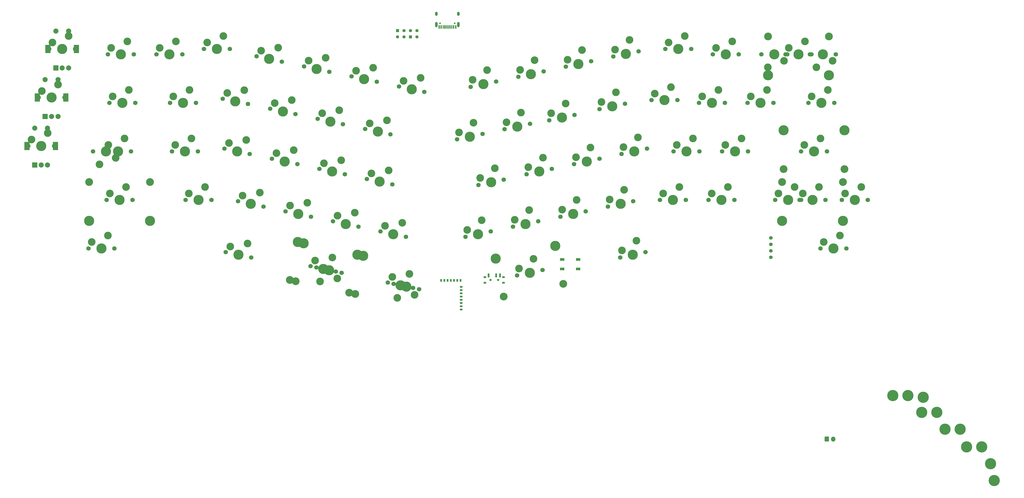
<source format=gbr>
%TF.GenerationSoftware,KiCad,Pcbnew,(5.1.10-1-10_14)*%
%TF.CreationDate,2021-05-29T20:47:56+07:00*%
%TF.ProjectId,geulis,6765756c-6973-42e6-9b69-6361645f7063,rev?*%
%TF.SameCoordinates,Original*%
%TF.FileFunction,Soldermask,Top*%
%TF.FilePolarity,Negative*%
%FSLAX46Y46*%
G04 Gerber Fmt 4.6, Leading zero omitted, Abs format (unit mm)*
G04 Created by KiCad (PCBNEW (5.1.10-1-10_14)) date 2021-05-29 20:47:56*
%MOMM*%
%LPD*%
G01*
G04 APERTURE LIST*
%ADD10R,0.600000X1.450000*%
%ADD11R,0.300000X1.450000*%
%ADD12O,1.000000X2.100000*%
%ADD13C,0.650000*%
%ADD14O,1.000000X1.600000*%
%ADD15R,1.000000X0.650000*%
%ADD16R,0.650000X1.000000*%
%ADD17R,1.700000X1.000000*%
%ADD18R,1.000000X0.800000*%
%ADD19R,0.700000X1.500000*%
%ADD20C,0.900000*%
%ADD21C,1.397000*%
%ADD22R,1.270000X1.270000*%
%ADD23O,1.270000X1.270000*%
%ADD24O,1.700000X2.000000*%
%ADD25C,4.400000*%
%ADD26C,1.750000*%
%ADD27C,3.000000*%
%ADD28C,3.987800*%
%ADD29C,3.048000*%
%ADD30C,2.000000*%
%ADD31R,2.000000X3.200000*%
%ADD32R,2.000000X2.000000*%
G04 APERTURE END LIST*
D10*
%TO.C,J1*%
X188501809Y132008558D03*
X189301809Y132008558D03*
X194201809Y132008558D03*
X195001809Y132008558D03*
X195001809Y132008558D03*
X194201809Y132008558D03*
X189301809Y132008558D03*
X188501809Y132008558D03*
D11*
X193501809Y132008558D03*
X193001809Y132008558D03*
X192501809Y132008558D03*
X191501809Y132008558D03*
X191001809Y132008558D03*
X190501809Y132008558D03*
X190001809Y132008558D03*
X192001809Y132008558D03*
D12*
X187431809Y132923558D03*
X196071809Y132923558D03*
D13*
X194641809Y133453558D03*
D14*
X196071809Y137103558D03*
D13*
X188861809Y133453558D03*
D14*
X187431809Y137103558D03*
%TD*%
D15*
%TO.C,U3*%
X197122809Y29926558D03*
X197122809Y28656558D03*
X197122809Y27386558D03*
X197122809Y26116558D03*
X197122809Y24846558D03*
X197122809Y23576558D03*
X197122809Y22306558D03*
X197122809Y21036558D03*
D16*
X190518809Y32466558D03*
X189248809Y32466558D03*
X194328809Y32466558D03*
X191788809Y32466558D03*
X195598809Y32466558D03*
X196868809Y32466558D03*
X193058809Y32466558D03*
%TD*%
D17*
%TO.C,SW_RESET1*%
X243031809Y36938558D03*
X236731809Y36938558D03*
X243031809Y40738558D03*
X236731809Y40738558D03*
%TD*%
D18*
%TO.C,SW67*%
X206471809Y33788558D03*
X213771809Y33788558D03*
X213771809Y31578558D03*
X206471809Y31578558D03*
D19*
X212371809Y34438558D03*
X210871809Y34438558D03*
X207871809Y34438558D03*
D20*
X211621809Y32678558D03*
X208621809Y32678558D03*
%TD*%
D21*
%TO.C,OL1*%
X318631809Y49148558D03*
X318631809Y46608558D03*
X318631809Y44068558D03*
X318631809Y41528558D03*
%TD*%
D22*
%TO.C,J5*%
X172141809Y130498558D03*
D23*
X174681809Y130498558D03*
X177221809Y130498558D03*
X179761809Y130498558D03*
%TD*%
D24*
%TO.C,J4*%
X343091809Y-29781442D03*
G36*
G01*
X339741809Y-30531442D02*
X339741809Y-29031442D01*
G75*
G02*
X339991809Y-28781442I250000J0D01*
G01*
X341191809Y-28781442D01*
G75*
G02*
X341441809Y-29031442I0J-250000D01*
G01*
X341441809Y-30531442D01*
G75*
G02*
X341191809Y-30781442I-250000J0D01*
G01*
X339991809Y-30781442D01*
G75*
G02*
X339741809Y-30531442I0J250000D01*
G01*
G37*
%TD*%
D23*
%TO.C,J3*%
X172151809Y128118558D03*
X174691809Y128118558D03*
D22*
X177231809Y128118558D03*
D23*
X179771809Y128118558D03*
%TD*%
D12*
%TO.C,J2*%
X196071809Y132923558D03*
X187431809Y132923558D03*
D13*
X188861809Y133453558D03*
D14*
X187431809Y137103558D03*
D13*
X194641809Y133453558D03*
D14*
X196071809Y137103558D03*
%TD*%
D25*
%TO.C,H13*%
X386971809Y-25941442D03*
%TD*%
%TO.C,H12*%
X377791809Y-19321442D03*
%TD*%
%TO.C,H11*%
X372431809Y-12701442D03*
%TD*%
%TO.C,H10*%
X406241809Y-46081442D03*
%TD*%
%TO.C,H9*%
X395391809Y-32841442D03*
%TD*%
%TO.C,H8*%
X404811809Y-39461442D03*
%TD*%
%TO.C,H7*%
X383741809Y-19321442D03*
%TD*%
%TO.C,H5*%
X366481809Y-12701442D03*
%TD*%
%TO.C,H4*%
X401341809Y-32841442D03*
%TD*%
%TO.C,H3*%
X392921809Y-25941442D03*
%TD*%
%TO.C,H2*%
X378381809Y-13371442D03*
%TD*%
D26*
%TO.C,SW10*%
X248112087Y118489032D03*
X238174107Y116376650D03*
D27*
X238888259Y119125192D03*
D28*
X243143097Y117432841D03*
D27*
X244571401Y122929927D03*
%TD*%
D26*
%TO.C,SW9*%
X229478375Y114528314D03*
X219540395Y112415932D03*
D27*
X220254547Y115164474D03*
D28*
X224509385Y113472123D03*
D27*
X225937689Y118969209D03*
%TD*%
D26*
%TO.C,SW65*%
X348252409Y44985558D03*
X338092409Y44985558D03*
D27*
X339362409Y47525558D03*
D28*
X343172409Y44985558D03*
D27*
X345712409Y50065558D03*
%TD*%
D26*
%TO.C,SW62_2*%
X170657819Y31129749D03*
X180595799Y29017367D03*
D27*
X178825456Y26796920D03*
D28*
X175626809Y30073558D03*
D27*
X172086123Y25632664D03*
%TD*%
D28*
%TO.C,SW55_2*%
X323008809Y55828558D03*
X346884809Y55828558D03*
D29*
X323008809Y71068558D03*
X346884809Y71068558D03*
D26*
X340026809Y64083558D03*
X329866809Y64083558D03*
D27*
X331136809Y66623558D03*
D28*
X334946809Y64083558D03*
D27*
X337486809Y69163558D03*
%TD*%
D28*
%TO.C,SW61_2*%
X158700246Y42106117D03*
X135345994Y47070216D03*
D29*
X155531672Y27199147D03*
X132177420Y32163247D03*
D26*
X140337819Y37569749D03*
X150275799Y35457367D03*
D27*
X148505456Y33236920D03*
D28*
X145306809Y36513558D03*
D27*
X141766123Y32072664D03*
%TD*%
D26*
%TO.C,SW30_2*%
X52700559Y83133558D03*
X62860559Y83133558D03*
D27*
X61590559Y80593558D03*
D28*
X57780559Y83133558D03*
D27*
X55240559Y78053558D03*
%TD*%
D26*
%TO.C,SW14_2*%
X314876809Y121233558D03*
X325036809Y121233558D03*
D27*
X323766809Y118693558D03*
D28*
X319956809Y121233558D03*
D27*
X317416809Y116153558D03*
%TD*%
D26*
%TO.C,SW66*%
X333926809Y121233558D03*
X344086809Y121233558D03*
D27*
X342816809Y118693558D03*
D28*
X339006809Y121233558D03*
D27*
X336466809Y116153558D03*
%TD*%
D28*
%TO.C,SW42*%
X323605059Y91388558D03*
X347481059Y91388558D03*
D29*
X323605059Y76148558D03*
X347481059Y76148558D03*
D26*
X340623059Y83133558D03*
X330463059Y83133558D03*
D27*
X331733059Y85673558D03*
D28*
X335543059Y83133558D03*
D27*
X338083059Y88213558D03*
%TD*%
D26*
%TO.C,SW15*%
X69304309Y102183558D03*
X59144309Y102183558D03*
D27*
X60414309Y104723558D03*
D28*
X64224309Y102183558D03*
D27*
X66764309Y107263558D03*
%TD*%
D30*
%TO.C,SW_57_2*%
X38946809Y111323558D03*
X33946809Y111323558D03*
D31*
X42046809Y104323558D03*
X30846809Y104323558D03*
D30*
X38946809Y96823558D03*
X36446809Y96823558D03*
D32*
X33946809Y96823558D03*
%TD*%
D30*
%TO.C,SW58_2*%
X34876809Y92273558D03*
X29876809Y92273558D03*
D31*
X37976809Y85273558D03*
X26776809Y85273558D03*
D30*
X34876809Y77773558D03*
X32376809Y77773558D03*
D32*
X29876809Y77773558D03*
%TD*%
D30*
%TO.C,SW29_2*%
X43106809Y130373558D03*
X38106809Y130373558D03*
D31*
X46206809Y123373558D03*
X35006809Y123373558D03*
D30*
X43106809Y115873558D03*
X40606809Y115873558D03*
D32*
X38106809Y115873558D03*
%TD*%
D26*
%TO.C,SW64*%
X269455799Y43589749D03*
X259517819Y41477367D03*
D27*
X260231971Y44225909D03*
D28*
X264486809Y42533558D03*
D27*
X265915113Y48030644D03*
%TD*%
D28*
%TO.C,SW63*%
X210683372Y41066117D03*
X234037624Y46030216D03*
D29*
X213851946Y26159147D03*
X237206198Y31123247D03*
D26*
X229045799Y36529749D03*
X219107819Y34417367D03*
D27*
X219821971Y37165909D03*
D28*
X224076809Y35473558D03*
D27*
X225505113Y40970644D03*
%TD*%
D26*
%TO.C,SW62*%
X178280819Y29509432D03*
X168342839Y31621814D03*
D27*
X170113182Y33842261D03*
D28*
X173311829Y30565623D03*
D27*
X176852515Y35006517D03*
%TD*%
D28*
%TO.C,SW61*%
X133054553Y47561992D03*
X156408805Y42597893D03*
D29*
X129885979Y32655023D03*
X153240231Y27690923D03*
D26*
X147984358Y35949143D03*
X138046378Y38061525D03*
D27*
X139816721Y40281972D03*
D28*
X143015368Y37005334D03*
D27*
X146556054Y41446228D03*
%TD*%
D26*
%TO.C,SW60*%
X114745799Y41477367D03*
X104807819Y43589749D03*
D27*
X106578162Y45810196D03*
D28*
X109776809Y42533558D03*
D27*
X113317495Y46974452D03*
%TD*%
D26*
%TO.C,SW59*%
X61076809Y45033558D03*
X50916809Y45033558D03*
D27*
X52186809Y47573558D03*
D28*
X55996809Y45033558D03*
D27*
X58536809Y50113558D03*
%TD*%
D26*
%TO.C,SW58*%
X37456809Y85273558D03*
X27296809Y85273558D03*
D27*
X28566809Y87813558D03*
D28*
X32376809Y85273558D03*
D27*
X34916809Y90353558D03*
%TD*%
D26*
%TO.C,SW57*%
X41526809Y104323558D03*
X31366809Y104323558D03*
D27*
X32636809Y106863558D03*
D28*
X36446809Y104323558D03*
D27*
X38986809Y109403558D03*
%TD*%
D26*
%TO.C,SW56*%
X356694309Y64083558D03*
X346534309Y64083558D03*
D27*
X347804309Y66623558D03*
D28*
X351614309Y64083558D03*
D27*
X354154309Y69163558D03*
%TD*%
D26*
%TO.C,SW55*%
X330500559Y64083558D03*
X320340559Y64083558D03*
D27*
X321610559Y66623558D03*
D28*
X325420559Y64083558D03*
D27*
X327960559Y69163558D03*
%TD*%
D26*
%TO.C,SW54*%
X304306809Y64083558D03*
X294146809Y64083558D03*
D27*
X295416809Y66623558D03*
D28*
X299226809Y64083558D03*
D27*
X301766809Y69163558D03*
%TD*%
D26*
%TO.C,SW53*%
X285256809Y64083558D03*
X275096809Y64083558D03*
D27*
X276366809Y66623558D03*
D28*
X280176809Y64083558D03*
D27*
X282716809Y69163558D03*
%TD*%
D26*
%TO.C,SW52*%
X264645799Y63579749D03*
X254707819Y61467367D03*
D27*
X255421971Y64215909D03*
D28*
X259676809Y62523558D03*
D27*
X261105113Y68020644D03*
%TD*%
D26*
%TO.C,SW51*%
X246012087Y59619032D03*
X236074107Y57506650D03*
D27*
X236788259Y60255192D03*
D28*
X241043097Y58562841D03*
D27*
X242471401Y64059927D03*
%TD*%
D26*
%TO.C,SW50*%
X227378375Y55658314D03*
X217440395Y53545932D03*
D27*
X218154547Y56294474D03*
D28*
X222409385Y54602123D03*
D27*
X223837689Y60099209D03*
%TD*%
D26*
%TO.C,SW49*%
X208744663Y51697596D03*
X198806683Y49585214D03*
D27*
X199520835Y52333756D03*
D28*
X203775673Y50641405D03*
D27*
X205203977Y56138491D03*
%TD*%
D26*
%TO.C,SW48*%
X175456934Y49585214D03*
X165518954Y51697596D03*
D27*
X167289297Y53918043D03*
D28*
X170487944Y50641405D03*
D27*
X174028630Y55082299D03*
%TD*%
D26*
%TO.C,SW47*%
X156823222Y53545932D03*
X146885242Y55658314D03*
D27*
X148655585Y57878761D03*
D28*
X151854232Y54602123D03*
D27*
X155394918Y59043017D03*
%TD*%
D26*
%TO.C,SW46*%
X138189511Y57506650D03*
X128251531Y59619032D03*
D27*
X130021874Y61839479D03*
D28*
X133220521Y58562841D03*
D27*
X136761207Y63003735D03*
%TD*%
D26*
%TO.C,SW45*%
X119555799Y61467367D03*
X109617819Y63579749D03*
D27*
X111388162Y65800196D03*
D28*
X114586809Y62523558D03*
D27*
X118127495Y66964452D03*
%TD*%
D26*
%TO.C,SW44*%
X99166809Y64083558D03*
X89006809Y64083558D03*
D27*
X90276809Y66623558D03*
D28*
X94086809Y64083558D03*
D27*
X96626809Y69163558D03*
%TD*%
D28*
%TO.C,SW43*%
X51192559Y55828558D03*
X75068559Y55828558D03*
D29*
X51192559Y71068558D03*
X75068559Y71068558D03*
D26*
X68210559Y64083558D03*
X58050559Y64083558D03*
D27*
X59320559Y66623558D03*
D28*
X63130559Y64083558D03*
D27*
X65670559Y69163558D03*
%TD*%
D26*
%TO.C,SW41*%
X309666809Y83133558D03*
X299506809Y83133558D03*
D27*
X300776809Y85673558D03*
D28*
X304586809Y83133558D03*
D27*
X307126809Y88213558D03*
%TD*%
D26*
%TO.C,SW40*%
X290616809Y83133558D03*
X280456809Y83133558D03*
D27*
X281726809Y85673558D03*
D28*
X285536809Y83133558D03*
D27*
X288076809Y88213558D03*
%TD*%
D26*
%TO.C,SW39*%
X270005799Y84189749D03*
X260067819Y82077367D03*
D27*
X260781971Y84825909D03*
D28*
X265036809Y83133558D03*
D27*
X266465113Y88630644D03*
%TD*%
D26*
%TO.C,SW38*%
X251372087Y80229032D03*
X241434107Y78116650D03*
D27*
X242148259Y80865192D03*
D28*
X246403097Y79172841D03*
D27*
X247831401Y84669927D03*
%TD*%
D26*
%TO.C,SW37*%
X232738375Y76268314D03*
X222800395Y74155932D03*
D27*
X223514547Y76904474D03*
D28*
X227769385Y75212123D03*
D27*
X229197689Y80709209D03*
%TD*%
D26*
%TO.C,SW36*%
X213850799Y72042249D03*
X203912819Y69929867D03*
D27*
X204626971Y72678409D03*
D28*
X208881809Y70986058D03*
D27*
X210310113Y76483144D03*
%TD*%
D26*
%TO.C,SW35*%
X170106934Y70195214D03*
X160168954Y72307596D03*
D27*
X161939297Y74528043D03*
D28*
X165137944Y71251405D03*
D27*
X168678630Y75692299D03*
%TD*%
D26*
%TO.C,SW34*%
X151473222Y74155932D03*
X141535242Y76268314D03*
D27*
X143305585Y78488761D03*
D28*
X146504232Y75212123D03*
D27*
X150044918Y79653017D03*
%TD*%
D26*
%TO.C,SW33*%
X132839511Y78116650D03*
X122901531Y80229032D03*
D27*
X124671874Y82449479D03*
D28*
X127870521Y79172841D03*
D27*
X131411207Y83613735D03*
%TD*%
D26*
%TO.C,SW32*%
X114205799Y82077367D03*
X104267819Y84189749D03*
D27*
X106038162Y86410196D03*
D28*
X109236809Y83133558D03*
D27*
X112777495Y87574452D03*
%TD*%
D26*
%TO.C,SW31*%
X93816809Y83133558D03*
X83656809Y83133558D03*
D27*
X84926809Y85673558D03*
D28*
X88736809Y83133558D03*
D27*
X91276809Y88213558D03*
%TD*%
D26*
%TO.C,SW30*%
X67623059Y83133558D03*
X57463059Y83133558D03*
D27*
X58733059Y85673558D03*
D28*
X62543059Y83133558D03*
D27*
X65083059Y88213558D03*
%TD*%
D26*
%TO.C,SW29*%
X45686809Y123373558D03*
X35526809Y123373558D03*
D27*
X36796809Y125913558D03*
D28*
X40606809Y123373558D03*
D27*
X43146809Y128453558D03*
%TD*%
D26*
%TO.C,SW28*%
X343489309Y102183558D03*
X333329309Y102183558D03*
D27*
X334599309Y104723558D03*
D28*
X338409309Y102183558D03*
D27*
X340949309Y107263558D03*
%TD*%
D26*
%TO.C,SW27*%
X319676809Y102183558D03*
X309516809Y102183558D03*
D27*
X310786809Y104723558D03*
D28*
X314596809Y102183558D03*
D27*
X317136809Y107263558D03*
%TD*%
D26*
%TO.C,SW26*%
X300626809Y102183558D03*
X290466809Y102183558D03*
D27*
X291736809Y104723558D03*
D28*
X295546809Y102183558D03*
D27*
X298086809Y107263558D03*
%TD*%
D26*
%TO.C,SW25*%
X281996809Y103243558D03*
X271836809Y103243558D03*
D27*
X273106809Y105783558D03*
D28*
X276916809Y103243558D03*
D27*
X279456809Y108323558D03*
%TD*%
D26*
%TO.C,SW24*%
X261385799Y101839749D03*
X251447819Y99727367D03*
D27*
X252161971Y102475909D03*
D28*
X256416809Y100783558D03*
D27*
X257845113Y106280644D03*
%TD*%
D26*
%TO.C,SW23*%
X241632049Y97442249D03*
X231694069Y95329867D03*
D27*
X232408221Y98078409D03*
D28*
X236663059Y96386058D03*
D27*
X238091363Y101883144D03*
%TD*%
D26*
%TO.C,SW22*%
X224118375Y93918314D03*
X214180395Y91805932D03*
D27*
X214894547Y94554474D03*
D28*
X219149385Y92862123D03*
D27*
X220577689Y98359209D03*
%TD*%
D26*
%TO.C,SW21*%
X205484663Y89957596D03*
X195546683Y87845214D03*
D27*
X196260835Y90593756D03*
D28*
X200515673Y88901405D03*
D27*
X201943977Y94398491D03*
%TD*%
D26*
%TO.C,SW20*%
X169406934Y89825214D03*
X159468954Y91937596D03*
D27*
X161239297Y94158043D03*
D28*
X164437944Y90881405D03*
D27*
X167978630Y95322299D03*
%TD*%
D26*
%TO.C,SW19*%
X150773222Y93785932D03*
X140835242Y95898314D03*
D27*
X142605585Y98118761D03*
D28*
X145804232Y94842123D03*
D27*
X149344918Y99283017D03*
%TD*%
D26*
%TO.C,SW18*%
X132139511Y97746650D03*
X122201531Y99859032D03*
D27*
X123971874Y102079479D03*
D28*
X127170521Y98802841D03*
D27*
X130711207Y103243735D03*
%TD*%
D26*
%TO.C,SW17*%
X113505799Y101707367D03*
X103567819Y103819749D03*
D27*
X105338162Y106040196D03*
D28*
X108536809Y102763558D03*
D27*
X112077495Y107204452D03*
%TD*%
D26*
%TO.C,SW16*%
X93116809Y102183558D03*
X82956809Y102183558D03*
D27*
X84226809Y104723558D03*
D28*
X88036809Y102183558D03*
D27*
X90576809Y107263558D03*
%TD*%
D28*
%TO.C,SW14*%
X317543809Y112978558D03*
X341419809Y112978558D03*
D29*
X317543809Y128218558D03*
X341419809Y128218558D03*
D26*
X334561809Y121233558D03*
X324401809Y121233558D03*
D27*
X325671809Y123773558D03*
D28*
X329481809Y121233558D03*
D27*
X332021809Y126313558D03*
%TD*%
D26*
%TO.C,SW13*%
X305986809Y121233558D03*
X295826809Y121233558D03*
D27*
X297096809Y123773558D03*
D28*
X300906809Y121233558D03*
D27*
X303446809Y126313558D03*
%TD*%
D26*
%TO.C,SW12*%
X287356809Y123373558D03*
X277196809Y123373558D03*
D27*
X278466809Y125913558D03*
D28*
X282276809Y123373558D03*
D27*
X284816809Y128453558D03*
%TD*%
D26*
%TO.C,SW11*%
X266745799Y122449749D03*
X256807819Y120337367D03*
D27*
X257521971Y123085909D03*
D28*
X261776809Y121393558D03*
D27*
X263205113Y126890644D03*
%TD*%
D26*
%TO.C,SW8*%
X210844663Y110567596D03*
X200906683Y108455214D03*
D27*
X201620835Y111203756D03*
D28*
X205875673Y109511405D03*
D27*
X207303977Y115008491D03*
%TD*%
D26*
%TO.C,SW7*%
X182686934Y106475214D03*
X172748954Y108587596D03*
D27*
X174519297Y110808043D03*
D28*
X177717944Y107531405D03*
D27*
X181258630Y111972299D03*
%TD*%
D26*
%TO.C,SW6*%
X164053222Y110435932D03*
X154115242Y112548314D03*
D27*
X155885585Y114768761D03*
D28*
X159084232Y111492123D03*
D27*
X162624918Y115933017D03*
%TD*%
D26*
%TO.C,SW5*%
X145419511Y114396650D03*
X135481531Y116509032D03*
D27*
X137251874Y118729479D03*
D28*
X140450521Y115452841D03*
D27*
X143991207Y119893735D03*
%TD*%
D26*
%TO.C,SW4*%
X126785799Y118357367D03*
X116847819Y120469749D03*
D27*
X118618162Y122690196D03*
D28*
X121816809Y119413558D03*
D27*
X125357495Y123854452D03*
%TD*%
D26*
%TO.C,SW3*%
X106396809Y123373558D03*
X96236809Y123373558D03*
D27*
X97506809Y125913558D03*
D28*
X101316809Y123373558D03*
D27*
X103856809Y128453558D03*
%TD*%
D26*
%TO.C,SW2*%
X87756809Y121233558D03*
X77596809Y121233558D03*
D27*
X78866809Y123773558D03*
D28*
X82676809Y121233558D03*
D27*
X85216809Y126313558D03*
%TD*%
D26*
%TO.C,SW1*%
X68706809Y121233558D03*
X58546809Y121233558D03*
D27*
X59816809Y123773558D03*
D28*
X63626809Y121233558D03*
D27*
X66166809Y126313558D03*
%TD*%
M02*

</source>
